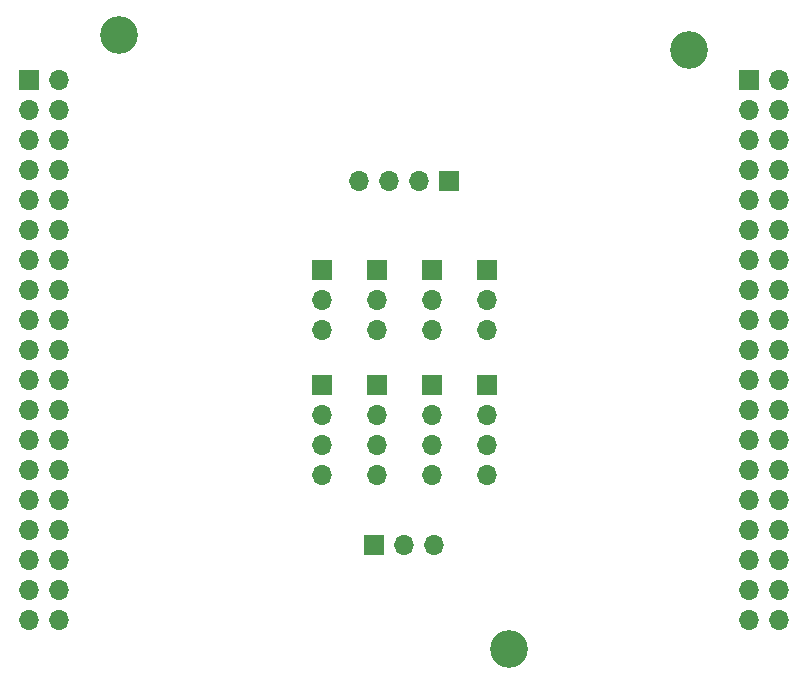
<source format=gbs>
G04 #@! TF.GenerationSoftware,KiCad,Pcbnew,7.0.11+1*
G04 #@! TF.CreationDate,2024-05-23T22:44:03+02:00*
G04 #@! TF.ProjectId,pcb_shield,7063625f-7368-4696-956c-642e6b696361,rev?*
G04 #@! TF.SameCoordinates,Original*
G04 #@! TF.FileFunction,Soldermask,Bot*
G04 #@! TF.FilePolarity,Negative*
%FSLAX46Y46*%
G04 Gerber Fmt 4.6, Leading zero omitted, Abs format (unit mm)*
G04 Created by KiCad (PCBNEW 7.0.11+1) date 2024-05-23 22:44:03*
%MOMM*%
%LPD*%
G01*
G04 APERTURE LIST*
%ADD10R,1.700000X1.700000*%
%ADD11O,1.700000X1.700000*%
%ADD12C,3.200000*%
G04 APERTURE END LIST*
D10*
X143463100Y-88040000D03*
D11*
X143463100Y-90580000D03*
X143463100Y-93120000D03*
X143463100Y-95660000D03*
D12*
X160630000Y-59700000D03*
D10*
X129513100Y-88040000D03*
D11*
X129513100Y-90580000D03*
X129513100Y-93120000D03*
X129513100Y-95660000D03*
D10*
X138813100Y-78340000D03*
D11*
X138813100Y-80880000D03*
X138813100Y-83420000D03*
D10*
X129513100Y-78340000D03*
D11*
X129513100Y-80880000D03*
X129513100Y-83420000D03*
D10*
X133975000Y-101600000D03*
D11*
X136515000Y-101600000D03*
X139055000Y-101600000D03*
D10*
X143463100Y-78340000D03*
D11*
X143463100Y-80880000D03*
X143463100Y-83420000D03*
D10*
X134163100Y-88040000D03*
D11*
X134163100Y-90580000D03*
X134163100Y-93120000D03*
X134163100Y-95660000D03*
D10*
X134163100Y-78340000D03*
D11*
X134163100Y-80880000D03*
X134163100Y-83420000D03*
D12*
X145390000Y-110400000D03*
X112370000Y-58430000D03*
D10*
X140300000Y-70800000D03*
D11*
X137760000Y-70800000D03*
X135220000Y-70800000D03*
X132680000Y-70800000D03*
D10*
X138813100Y-88040000D03*
D11*
X138813100Y-90580000D03*
X138813100Y-93120000D03*
X138813100Y-95660000D03*
D10*
X165710000Y-62240000D03*
D11*
X168250000Y-62240000D03*
X165710000Y-64780000D03*
X168250000Y-64780000D03*
X165710000Y-67320000D03*
X168250000Y-67320000D03*
X165710000Y-69860000D03*
X168250000Y-69860000D03*
X165710000Y-72400000D03*
X168250000Y-72400000D03*
X165710000Y-74940000D03*
X168250000Y-74940000D03*
X165710000Y-77480000D03*
X168250000Y-77480000D03*
X165710000Y-80020000D03*
X168250000Y-80020000D03*
X165710000Y-82560000D03*
X168250000Y-82560000D03*
X165710000Y-85100000D03*
X168250000Y-85100000D03*
X165710000Y-87640000D03*
X168250000Y-87640000D03*
X165710000Y-90180000D03*
X168250000Y-90180000D03*
X165710000Y-92720000D03*
X168250000Y-92720000D03*
X165710000Y-95260000D03*
X168250000Y-95260000D03*
X165710000Y-97800000D03*
X168250000Y-97800000D03*
X165710000Y-100340000D03*
X168250000Y-100340000D03*
X165710000Y-102880000D03*
X168250000Y-102880000D03*
X165710000Y-105420000D03*
X168250000Y-105420000D03*
X165710000Y-107960000D03*
X168250000Y-107960000D03*
D10*
X104750000Y-62240000D03*
D11*
X107290000Y-62240000D03*
X104750000Y-64780000D03*
X107290000Y-64780000D03*
X104750000Y-67320000D03*
X107290000Y-67320000D03*
X104750000Y-69860000D03*
X107290000Y-69860000D03*
X104750000Y-72400000D03*
X107290000Y-72400000D03*
X104750000Y-74940000D03*
X107290000Y-74940000D03*
X104750000Y-77480000D03*
X107290000Y-77480000D03*
X104750000Y-80020000D03*
X107290000Y-80020000D03*
X104750000Y-82560000D03*
X107290000Y-82560000D03*
X104750000Y-85100000D03*
X107290000Y-85100000D03*
X104750000Y-87640000D03*
X107290000Y-87640000D03*
X104750000Y-90180000D03*
X107290000Y-90180000D03*
X104750000Y-92720000D03*
X107290000Y-92720000D03*
X104750000Y-95260000D03*
X107290000Y-95260000D03*
X104750000Y-97800000D03*
X107290000Y-97800000D03*
X104750000Y-100340000D03*
X107290000Y-100340000D03*
X104750000Y-102880000D03*
X107290000Y-102880000D03*
X104750000Y-105420000D03*
X107290000Y-105420000D03*
X104750000Y-107960000D03*
X107290000Y-107960000D03*
M02*

</source>
